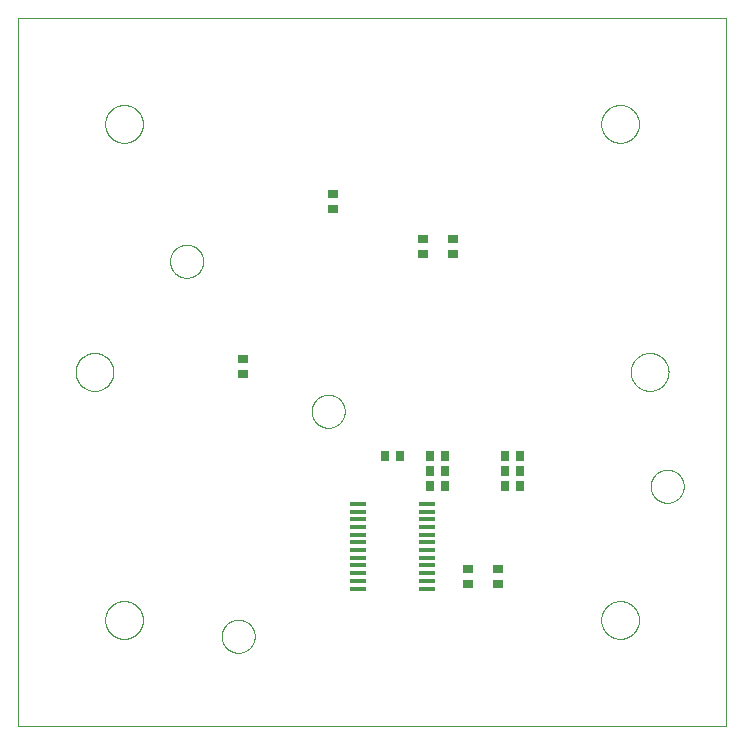
<source format=gbp>
G75*
%MOIN*%
%OFA0B0*%
%FSLAX25Y25*%
%IPPOS*%
%LPD*%
%AMOC8*
5,1,8,0,0,1.08239X$1,22.5*
%
%ADD10C,0.00000*%
%ADD11R,0.03543X0.02756*%
%ADD12R,0.02756X0.03543*%
%ADD13R,0.05800X0.01400*%
D10*
X0001000Y0001000D02*
X0001000Y0237220D01*
X0237220Y0237220D01*
X0237220Y0001000D01*
X0001000Y0001000D01*
X0030134Y0036433D02*
X0030136Y0036591D01*
X0030142Y0036749D01*
X0030152Y0036907D01*
X0030166Y0037065D01*
X0030184Y0037222D01*
X0030205Y0037379D01*
X0030231Y0037535D01*
X0030261Y0037691D01*
X0030294Y0037846D01*
X0030332Y0037999D01*
X0030373Y0038152D01*
X0030418Y0038304D01*
X0030467Y0038455D01*
X0030520Y0038604D01*
X0030576Y0038752D01*
X0030636Y0038898D01*
X0030700Y0039043D01*
X0030768Y0039186D01*
X0030839Y0039328D01*
X0030913Y0039468D01*
X0030991Y0039605D01*
X0031073Y0039741D01*
X0031157Y0039875D01*
X0031246Y0040006D01*
X0031337Y0040135D01*
X0031432Y0040262D01*
X0031529Y0040387D01*
X0031630Y0040509D01*
X0031734Y0040628D01*
X0031841Y0040745D01*
X0031951Y0040859D01*
X0032064Y0040970D01*
X0032179Y0041079D01*
X0032297Y0041184D01*
X0032418Y0041286D01*
X0032541Y0041386D01*
X0032667Y0041482D01*
X0032795Y0041575D01*
X0032925Y0041665D01*
X0033058Y0041751D01*
X0033193Y0041835D01*
X0033329Y0041914D01*
X0033468Y0041991D01*
X0033609Y0042063D01*
X0033751Y0042133D01*
X0033895Y0042198D01*
X0034041Y0042260D01*
X0034188Y0042318D01*
X0034337Y0042373D01*
X0034487Y0042424D01*
X0034638Y0042471D01*
X0034790Y0042514D01*
X0034943Y0042553D01*
X0035098Y0042589D01*
X0035253Y0042620D01*
X0035409Y0042648D01*
X0035565Y0042672D01*
X0035722Y0042692D01*
X0035880Y0042708D01*
X0036037Y0042720D01*
X0036196Y0042728D01*
X0036354Y0042732D01*
X0036512Y0042732D01*
X0036670Y0042728D01*
X0036829Y0042720D01*
X0036986Y0042708D01*
X0037144Y0042692D01*
X0037301Y0042672D01*
X0037457Y0042648D01*
X0037613Y0042620D01*
X0037768Y0042589D01*
X0037923Y0042553D01*
X0038076Y0042514D01*
X0038228Y0042471D01*
X0038379Y0042424D01*
X0038529Y0042373D01*
X0038678Y0042318D01*
X0038825Y0042260D01*
X0038971Y0042198D01*
X0039115Y0042133D01*
X0039257Y0042063D01*
X0039398Y0041991D01*
X0039537Y0041914D01*
X0039673Y0041835D01*
X0039808Y0041751D01*
X0039941Y0041665D01*
X0040071Y0041575D01*
X0040199Y0041482D01*
X0040325Y0041386D01*
X0040448Y0041286D01*
X0040569Y0041184D01*
X0040687Y0041079D01*
X0040802Y0040970D01*
X0040915Y0040859D01*
X0041025Y0040745D01*
X0041132Y0040628D01*
X0041236Y0040509D01*
X0041337Y0040387D01*
X0041434Y0040262D01*
X0041529Y0040135D01*
X0041620Y0040006D01*
X0041709Y0039875D01*
X0041793Y0039741D01*
X0041875Y0039605D01*
X0041953Y0039468D01*
X0042027Y0039328D01*
X0042098Y0039186D01*
X0042166Y0039043D01*
X0042230Y0038898D01*
X0042290Y0038752D01*
X0042346Y0038604D01*
X0042399Y0038455D01*
X0042448Y0038304D01*
X0042493Y0038152D01*
X0042534Y0037999D01*
X0042572Y0037846D01*
X0042605Y0037691D01*
X0042635Y0037535D01*
X0042661Y0037379D01*
X0042682Y0037222D01*
X0042700Y0037065D01*
X0042714Y0036907D01*
X0042724Y0036749D01*
X0042730Y0036591D01*
X0042732Y0036433D01*
X0042730Y0036275D01*
X0042724Y0036117D01*
X0042714Y0035959D01*
X0042700Y0035801D01*
X0042682Y0035644D01*
X0042661Y0035487D01*
X0042635Y0035331D01*
X0042605Y0035175D01*
X0042572Y0035020D01*
X0042534Y0034867D01*
X0042493Y0034714D01*
X0042448Y0034562D01*
X0042399Y0034411D01*
X0042346Y0034262D01*
X0042290Y0034114D01*
X0042230Y0033968D01*
X0042166Y0033823D01*
X0042098Y0033680D01*
X0042027Y0033538D01*
X0041953Y0033398D01*
X0041875Y0033261D01*
X0041793Y0033125D01*
X0041709Y0032991D01*
X0041620Y0032860D01*
X0041529Y0032731D01*
X0041434Y0032604D01*
X0041337Y0032479D01*
X0041236Y0032357D01*
X0041132Y0032238D01*
X0041025Y0032121D01*
X0040915Y0032007D01*
X0040802Y0031896D01*
X0040687Y0031787D01*
X0040569Y0031682D01*
X0040448Y0031580D01*
X0040325Y0031480D01*
X0040199Y0031384D01*
X0040071Y0031291D01*
X0039941Y0031201D01*
X0039808Y0031115D01*
X0039673Y0031031D01*
X0039537Y0030952D01*
X0039398Y0030875D01*
X0039257Y0030803D01*
X0039115Y0030733D01*
X0038971Y0030668D01*
X0038825Y0030606D01*
X0038678Y0030548D01*
X0038529Y0030493D01*
X0038379Y0030442D01*
X0038228Y0030395D01*
X0038076Y0030352D01*
X0037923Y0030313D01*
X0037768Y0030277D01*
X0037613Y0030246D01*
X0037457Y0030218D01*
X0037301Y0030194D01*
X0037144Y0030174D01*
X0036986Y0030158D01*
X0036829Y0030146D01*
X0036670Y0030138D01*
X0036512Y0030134D01*
X0036354Y0030134D01*
X0036196Y0030138D01*
X0036037Y0030146D01*
X0035880Y0030158D01*
X0035722Y0030174D01*
X0035565Y0030194D01*
X0035409Y0030218D01*
X0035253Y0030246D01*
X0035098Y0030277D01*
X0034943Y0030313D01*
X0034790Y0030352D01*
X0034638Y0030395D01*
X0034487Y0030442D01*
X0034337Y0030493D01*
X0034188Y0030548D01*
X0034041Y0030606D01*
X0033895Y0030668D01*
X0033751Y0030733D01*
X0033609Y0030803D01*
X0033468Y0030875D01*
X0033329Y0030952D01*
X0033193Y0031031D01*
X0033058Y0031115D01*
X0032925Y0031201D01*
X0032795Y0031291D01*
X0032667Y0031384D01*
X0032541Y0031480D01*
X0032418Y0031580D01*
X0032297Y0031682D01*
X0032179Y0031787D01*
X0032064Y0031896D01*
X0031951Y0032007D01*
X0031841Y0032121D01*
X0031734Y0032238D01*
X0031630Y0032357D01*
X0031529Y0032479D01*
X0031432Y0032604D01*
X0031337Y0032731D01*
X0031246Y0032860D01*
X0031157Y0032991D01*
X0031073Y0033125D01*
X0030991Y0033261D01*
X0030913Y0033398D01*
X0030839Y0033538D01*
X0030768Y0033680D01*
X0030700Y0033823D01*
X0030636Y0033968D01*
X0030576Y0034114D01*
X0030520Y0034262D01*
X0030467Y0034411D01*
X0030418Y0034562D01*
X0030373Y0034714D01*
X0030332Y0034867D01*
X0030294Y0035020D01*
X0030261Y0035175D01*
X0030231Y0035331D01*
X0030205Y0035487D01*
X0030184Y0035644D01*
X0030166Y0035801D01*
X0030152Y0035959D01*
X0030142Y0036117D01*
X0030136Y0036275D01*
X0030134Y0036433D01*
X0068988Y0031000D02*
X0068990Y0031148D01*
X0068996Y0031296D01*
X0069006Y0031444D01*
X0069020Y0031591D01*
X0069038Y0031738D01*
X0069059Y0031884D01*
X0069085Y0032030D01*
X0069115Y0032175D01*
X0069148Y0032319D01*
X0069186Y0032462D01*
X0069227Y0032604D01*
X0069272Y0032745D01*
X0069320Y0032885D01*
X0069373Y0033024D01*
X0069429Y0033161D01*
X0069489Y0033296D01*
X0069552Y0033430D01*
X0069619Y0033562D01*
X0069690Y0033692D01*
X0069764Y0033820D01*
X0069841Y0033946D01*
X0069922Y0034070D01*
X0070006Y0034192D01*
X0070093Y0034311D01*
X0070184Y0034428D01*
X0070278Y0034543D01*
X0070374Y0034655D01*
X0070474Y0034765D01*
X0070576Y0034871D01*
X0070682Y0034975D01*
X0070790Y0035076D01*
X0070901Y0035174D01*
X0071014Y0035270D01*
X0071130Y0035362D01*
X0071248Y0035451D01*
X0071369Y0035536D01*
X0071492Y0035619D01*
X0071617Y0035698D01*
X0071744Y0035774D01*
X0071873Y0035846D01*
X0072004Y0035915D01*
X0072137Y0035980D01*
X0072272Y0036041D01*
X0072408Y0036099D01*
X0072545Y0036154D01*
X0072684Y0036204D01*
X0072825Y0036251D01*
X0072966Y0036294D01*
X0073109Y0036334D01*
X0073253Y0036369D01*
X0073397Y0036401D01*
X0073543Y0036428D01*
X0073689Y0036452D01*
X0073836Y0036472D01*
X0073983Y0036488D01*
X0074130Y0036500D01*
X0074278Y0036508D01*
X0074426Y0036512D01*
X0074574Y0036512D01*
X0074722Y0036508D01*
X0074870Y0036500D01*
X0075017Y0036488D01*
X0075164Y0036472D01*
X0075311Y0036452D01*
X0075457Y0036428D01*
X0075603Y0036401D01*
X0075747Y0036369D01*
X0075891Y0036334D01*
X0076034Y0036294D01*
X0076175Y0036251D01*
X0076316Y0036204D01*
X0076455Y0036154D01*
X0076592Y0036099D01*
X0076728Y0036041D01*
X0076863Y0035980D01*
X0076996Y0035915D01*
X0077127Y0035846D01*
X0077256Y0035774D01*
X0077383Y0035698D01*
X0077508Y0035619D01*
X0077631Y0035536D01*
X0077752Y0035451D01*
X0077870Y0035362D01*
X0077986Y0035270D01*
X0078099Y0035174D01*
X0078210Y0035076D01*
X0078318Y0034975D01*
X0078424Y0034871D01*
X0078526Y0034765D01*
X0078626Y0034655D01*
X0078722Y0034543D01*
X0078816Y0034428D01*
X0078907Y0034311D01*
X0078994Y0034192D01*
X0079078Y0034070D01*
X0079159Y0033946D01*
X0079236Y0033820D01*
X0079310Y0033692D01*
X0079381Y0033562D01*
X0079448Y0033430D01*
X0079511Y0033296D01*
X0079571Y0033161D01*
X0079627Y0033024D01*
X0079680Y0032885D01*
X0079728Y0032745D01*
X0079773Y0032604D01*
X0079814Y0032462D01*
X0079852Y0032319D01*
X0079885Y0032175D01*
X0079915Y0032030D01*
X0079941Y0031884D01*
X0079962Y0031738D01*
X0079980Y0031591D01*
X0079994Y0031444D01*
X0080004Y0031296D01*
X0080010Y0031148D01*
X0080012Y0031000D01*
X0080010Y0030852D01*
X0080004Y0030704D01*
X0079994Y0030556D01*
X0079980Y0030409D01*
X0079962Y0030262D01*
X0079941Y0030116D01*
X0079915Y0029970D01*
X0079885Y0029825D01*
X0079852Y0029681D01*
X0079814Y0029538D01*
X0079773Y0029396D01*
X0079728Y0029255D01*
X0079680Y0029115D01*
X0079627Y0028976D01*
X0079571Y0028839D01*
X0079511Y0028704D01*
X0079448Y0028570D01*
X0079381Y0028438D01*
X0079310Y0028308D01*
X0079236Y0028180D01*
X0079159Y0028054D01*
X0079078Y0027930D01*
X0078994Y0027808D01*
X0078907Y0027689D01*
X0078816Y0027572D01*
X0078722Y0027457D01*
X0078626Y0027345D01*
X0078526Y0027235D01*
X0078424Y0027129D01*
X0078318Y0027025D01*
X0078210Y0026924D01*
X0078099Y0026826D01*
X0077986Y0026730D01*
X0077870Y0026638D01*
X0077752Y0026549D01*
X0077631Y0026464D01*
X0077508Y0026381D01*
X0077383Y0026302D01*
X0077256Y0026226D01*
X0077127Y0026154D01*
X0076996Y0026085D01*
X0076863Y0026020D01*
X0076728Y0025959D01*
X0076592Y0025901D01*
X0076455Y0025846D01*
X0076316Y0025796D01*
X0076175Y0025749D01*
X0076034Y0025706D01*
X0075891Y0025666D01*
X0075747Y0025631D01*
X0075603Y0025599D01*
X0075457Y0025572D01*
X0075311Y0025548D01*
X0075164Y0025528D01*
X0075017Y0025512D01*
X0074870Y0025500D01*
X0074722Y0025492D01*
X0074574Y0025488D01*
X0074426Y0025488D01*
X0074278Y0025492D01*
X0074130Y0025500D01*
X0073983Y0025512D01*
X0073836Y0025528D01*
X0073689Y0025548D01*
X0073543Y0025572D01*
X0073397Y0025599D01*
X0073253Y0025631D01*
X0073109Y0025666D01*
X0072966Y0025706D01*
X0072825Y0025749D01*
X0072684Y0025796D01*
X0072545Y0025846D01*
X0072408Y0025901D01*
X0072272Y0025959D01*
X0072137Y0026020D01*
X0072004Y0026085D01*
X0071873Y0026154D01*
X0071744Y0026226D01*
X0071617Y0026302D01*
X0071492Y0026381D01*
X0071369Y0026464D01*
X0071248Y0026549D01*
X0071130Y0026638D01*
X0071014Y0026730D01*
X0070901Y0026826D01*
X0070790Y0026924D01*
X0070682Y0027025D01*
X0070576Y0027129D01*
X0070474Y0027235D01*
X0070374Y0027345D01*
X0070278Y0027457D01*
X0070184Y0027572D01*
X0070093Y0027689D01*
X0070006Y0027808D01*
X0069922Y0027930D01*
X0069841Y0028054D01*
X0069764Y0028180D01*
X0069690Y0028308D01*
X0069619Y0028438D01*
X0069552Y0028570D01*
X0069489Y0028704D01*
X0069429Y0028839D01*
X0069373Y0028976D01*
X0069320Y0029115D01*
X0069272Y0029255D01*
X0069227Y0029396D01*
X0069186Y0029538D01*
X0069148Y0029681D01*
X0069115Y0029825D01*
X0069085Y0029970D01*
X0069059Y0030116D01*
X0069038Y0030262D01*
X0069020Y0030409D01*
X0069006Y0030556D01*
X0068996Y0030704D01*
X0068990Y0030852D01*
X0068988Y0031000D01*
X0098988Y0106000D02*
X0098990Y0106148D01*
X0098996Y0106296D01*
X0099006Y0106444D01*
X0099020Y0106591D01*
X0099038Y0106738D01*
X0099059Y0106884D01*
X0099085Y0107030D01*
X0099115Y0107175D01*
X0099148Y0107319D01*
X0099186Y0107462D01*
X0099227Y0107604D01*
X0099272Y0107745D01*
X0099320Y0107885D01*
X0099373Y0108024D01*
X0099429Y0108161D01*
X0099489Y0108296D01*
X0099552Y0108430D01*
X0099619Y0108562D01*
X0099690Y0108692D01*
X0099764Y0108820D01*
X0099841Y0108946D01*
X0099922Y0109070D01*
X0100006Y0109192D01*
X0100093Y0109311D01*
X0100184Y0109428D01*
X0100278Y0109543D01*
X0100374Y0109655D01*
X0100474Y0109765D01*
X0100576Y0109871D01*
X0100682Y0109975D01*
X0100790Y0110076D01*
X0100901Y0110174D01*
X0101014Y0110270D01*
X0101130Y0110362D01*
X0101248Y0110451D01*
X0101369Y0110536D01*
X0101492Y0110619D01*
X0101617Y0110698D01*
X0101744Y0110774D01*
X0101873Y0110846D01*
X0102004Y0110915D01*
X0102137Y0110980D01*
X0102272Y0111041D01*
X0102408Y0111099D01*
X0102545Y0111154D01*
X0102684Y0111204D01*
X0102825Y0111251D01*
X0102966Y0111294D01*
X0103109Y0111334D01*
X0103253Y0111369D01*
X0103397Y0111401D01*
X0103543Y0111428D01*
X0103689Y0111452D01*
X0103836Y0111472D01*
X0103983Y0111488D01*
X0104130Y0111500D01*
X0104278Y0111508D01*
X0104426Y0111512D01*
X0104574Y0111512D01*
X0104722Y0111508D01*
X0104870Y0111500D01*
X0105017Y0111488D01*
X0105164Y0111472D01*
X0105311Y0111452D01*
X0105457Y0111428D01*
X0105603Y0111401D01*
X0105747Y0111369D01*
X0105891Y0111334D01*
X0106034Y0111294D01*
X0106175Y0111251D01*
X0106316Y0111204D01*
X0106455Y0111154D01*
X0106592Y0111099D01*
X0106728Y0111041D01*
X0106863Y0110980D01*
X0106996Y0110915D01*
X0107127Y0110846D01*
X0107256Y0110774D01*
X0107383Y0110698D01*
X0107508Y0110619D01*
X0107631Y0110536D01*
X0107752Y0110451D01*
X0107870Y0110362D01*
X0107986Y0110270D01*
X0108099Y0110174D01*
X0108210Y0110076D01*
X0108318Y0109975D01*
X0108424Y0109871D01*
X0108526Y0109765D01*
X0108626Y0109655D01*
X0108722Y0109543D01*
X0108816Y0109428D01*
X0108907Y0109311D01*
X0108994Y0109192D01*
X0109078Y0109070D01*
X0109159Y0108946D01*
X0109236Y0108820D01*
X0109310Y0108692D01*
X0109381Y0108562D01*
X0109448Y0108430D01*
X0109511Y0108296D01*
X0109571Y0108161D01*
X0109627Y0108024D01*
X0109680Y0107885D01*
X0109728Y0107745D01*
X0109773Y0107604D01*
X0109814Y0107462D01*
X0109852Y0107319D01*
X0109885Y0107175D01*
X0109915Y0107030D01*
X0109941Y0106884D01*
X0109962Y0106738D01*
X0109980Y0106591D01*
X0109994Y0106444D01*
X0110004Y0106296D01*
X0110010Y0106148D01*
X0110012Y0106000D01*
X0110010Y0105852D01*
X0110004Y0105704D01*
X0109994Y0105556D01*
X0109980Y0105409D01*
X0109962Y0105262D01*
X0109941Y0105116D01*
X0109915Y0104970D01*
X0109885Y0104825D01*
X0109852Y0104681D01*
X0109814Y0104538D01*
X0109773Y0104396D01*
X0109728Y0104255D01*
X0109680Y0104115D01*
X0109627Y0103976D01*
X0109571Y0103839D01*
X0109511Y0103704D01*
X0109448Y0103570D01*
X0109381Y0103438D01*
X0109310Y0103308D01*
X0109236Y0103180D01*
X0109159Y0103054D01*
X0109078Y0102930D01*
X0108994Y0102808D01*
X0108907Y0102689D01*
X0108816Y0102572D01*
X0108722Y0102457D01*
X0108626Y0102345D01*
X0108526Y0102235D01*
X0108424Y0102129D01*
X0108318Y0102025D01*
X0108210Y0101924D01*
X0108099Y0101826D01*
X0107986Y0101730D01*
X0107870Y0101638D01*
X0107752Y0101549D01*
X0107631Y0101464D01*
X0107508Y0101381D01*
X0107383Y0101302D01*
X0107256Y0101226D01*
X0107127Y0101154D01*
X0106996Y0101085D01*
X0106863Y0101020D01*
X0106728Y0100959D01*
X0106592Y0100901D01*
X0106455Y0100846D01*
X0106316Y0100796D01*
X0106175Y0100749D01*
X0106034Y0100706D01*
X0105891Y0100666D01*
X0105747Y0100631D01*
X0105603Y0100599D01*
X0105457Y0100572D01*
X0105311Y0100548D01*
X0105164Y0100528D01*
X0105017Y0100512D01*
X0104870Y0100500D01*
X0104722Y0100492D01*
X0104574Y0100488D01*
X0104426Y0100488D01*
X0104278Y0100492D01*
X0104130Y0100500D01*
X0103983Y0100512D01*
X0103836Y0100528D01*
X0103689Y0100548D01*
X0103543Y0100572D01*
X0103397Y0100599D01*
X0103253Y0100631D01*
X0103109Y0100666D01*
X0102966Y0100706D01*
X0102825Y0100749D01*
X0102684Y0100796D01*
X0102545Y0100846D01*
X0102408Y0100901D01*
X0102272Y0100959D01*
X0102137Y0101020D01*
X0102004Y0101085D01*
X0101873Y0101154D01*
X0101744Y0101226D01*
X0101617Y0101302D01*
X0101492Y0101381D01*
X0101369Y0101464D01*
X0101248Y0101549D01*
X0101130Y0101638D01*
X0101014Y0101730D01*
X0100901Y0101826D01*
X0100790Y0101924D01*
X0100682Y0102025D01*
X0100576Y0102129D01*
X0100474Y0102235D01*
X0100374Y0102345D01*
X0100278Y0102457D01*
X0100184Y0102572D01*
X0100093Y0102689D01*
X0100006Y0102808D01*
X0099922Y0102930D01*
X0099841Y0103054D01*
X0099764Y0103180D01*
X0099690Y0103308D01*
X0099619Y0103438D01*
X0099552Y0103570D01*
X0099489Y0103704D01*
X0099429Y0103839D01*
X0099373Y0103976D01*
X0099320Y0104115D01*
X0099272Y0104255D01*
X0099227Y0104396D01*
X0099186Y0104538D01*
X0099148Y0104681D01*
X0099115Y0104825D01*
X0099085Y0104970D01*
X0099059Y0105116D01*
X0099038Y0105262D01*
X0099020Y0105409D01*
X0099006Y0105556D01*
X0098996Y0105704D01*
X0098990Y0105852D01*
X0098988Y0106000D01*
X0051788Y0156000D02*
X0051790Y0156148D01*
X0051796Y0156296D01*
X0051806Y0156444D01*
X0051820Y0156591D01*
X0051838Y0156738D01*
X0051859Y0156884D01*
X0051885Y0157030D01*
X0051915Y0157175D01*
X0051948Y0157319D01*
X0051986Y0157462D01*
X0052027Y0157604D01*
X0052072Y0157745D01*
X0052120Y0157885D01*
X0052173Y0158024D01*
X0052229Y0158161D01*
X0052289Y0158296D01*
X0052352Y0158430D01*
X0052419Y0158562D01*
X0052490Y0158692D01*
X0052564Y0158820D01*
X0052641Y0158946D01*
X0052722Y0159070D01*
X0052806Y0159192D01*
X0052893Y0159311D01*
X0052984Y0159428D01*
X0053078Y0159543D01*
X0053174Y0159655D01*
X0053274Y0159765D01*
X0053376Y0159871D01*
X0053482Y0159975D01*
X0053590Y0160076D01*
X0053701Y0160174D01*
X0053814Y0160270D01*
X0053930Y0160362D01*
X0054048Y0160451D01*
X0054169Y0160536D01*
X0054292Y0160619D01*
X0054417Y0160698D01*
X0054544Y0160774D01*
X0054673Y0160846D01*
X0054804Y0160915D01*
X0054937Y0160980D01*
X0055072Y0161041D01*
X0055208Y0161099D01*
X0055345Y0161154D01*
X0055484Y0161204D01*
X0055625Y0161251D01*
X0055766Y0161294D01*
X0055909Y0161334D01*
X0056053Y0161369D01*
X0056197Y0161401D01*
X0056343Y0161428D01*
X0056489Y0161452D01*
X0056636Y0161472D01*
X0056783Y0161488D01*
X0056930Y0161500D01*
X0057078Y0161508D01*
X0057226Y0161512D01*
X0057374Y0161512D01*
X0057522Y0161508D01*
X0057670Y0161500D01*
X0057817Y0161488D01*
X0057964Y0161472D01*
X0058111Y0161452D01*
X0058257Y0161428D01*
X0058403Y0161401D01*
X0058547Y0161369D01*
X0058691Y0161334D01*
X0058834Y0161294D01*
X0058975Y0161251D01*
X0059116Y0161204D01*
X0059255Y0161154D01*
X0059392Y0161099D01*
X0059528Y0161041D01*
X0059663Y0160980D01*
X0059796Y0160915D01*
X0059927Y0160846D01*
X0060056Y0160774D01*
X0060183Y0160698D01*
X0060308Y0160619D01*
X0060431Y0160536D01*
X0060552Y0160451D01*
X0060670Y0160362D01*
X0060786Y0160270D01*
X0060899Y0160174D01*
X0061010Y0160076D01*
X0061118Y0159975D01*
X0061224Y0159871D01*
X0061326Y0159765D01*
X0061426Y0159655D01*
X0061522Y0159543D01*
X0061616Y0159428D01*
X0061707Y0159311D01*
X0061794Y0159192D01*
X0061878Y0159070D01*
X0061959Y0158946D01*
X0062036Y0158820D01*
X0062110Y0158692D01*
X0062181Y0158562D01*
X0062248Y0158430D01*
X0062311Y0158296D01*
X0062371Y0158161D01*
X0062427Y0158024D01*
X0062480Y0157885D01*
X0062528Y0157745D01*
X0062573Y0157604D01*
X0062614Y0157462D01*
X0062652Y0157319D01*
X0062685Y0157175D01*
X0062715Y0157030D01*
X0062741Y0156884D01*
X0062762Y0156738D01*
X0062780Y0156591D01*
X0062794Y0156444D01*
X0062804Y0156296D01*
X0062810Y0156148D01*
X0062812Y0156000D01*
X0062810Y0155852D01*
X0062804Y0155704D01*
X0062794Y0155556D01*
X0062780Y0155409D01*
X0062762Y0155262D01*
X0062741Y0155116D01*
X0062715Y0154970D01*
X0062685Y0154825D01*
X0062652Y0154681D01*
X0062614Y0154538D01*
X0062573Y0154396D01*
X0062528Y0154255D01*
X0062480Y0154115D01*
X0062427Y0153976D01*
X0062371Y0153839D01*
X0062311Y0153704D01*
X0062248Y0153570D01*
X0062181Y0153438D01*
X0062110Y0153308D01*
X0062036Y0153180D01*
X0061959Y0153054D01*
X0061878Y0152930D01*
X0061794Y0152808D01*
X0061707Y0152689D01*
X0061616Y0152572D01*
X0061522Y0152457D01*
X0061426Y0152345D01*
X0061326Y0152235D01*
X0061224Y0152129D01*
X0061118Y0152025D01*
X0061010Y0151924D01*
X0060899Y0151826D01*
X0060786Y0151730D01*
X0060670Y0151638D01*
X0060552Y0151549D01*
X0060431Y0151464D01*
X0060308Y0151381D01*
X0060183Y0151302D01*
X0060056Y0151226D01*
X0059927Y0151154D01*
X0059796Y0151085D01*
X0059663Y0151020D01*
X0059528Y0150959D01*
X0059392Y0150901D01*
X0059255Y0150846D01*
X0059116Y0150796D01*
X0058975Y0150749D01*
X0058834Y0150706D01*
X0058691Y0150666D01*
X0058547Y0150631D01*
X0058403Y0150599D01*
X0058257Y0150572D01*
X0058111Y0150548D01*
X0057964Y0150528D01*
X0057817Y0150512D01*
X0057670Y0150500D01*
X0057522Y0150492D01*
X0057374Y0150488D01*
X0057226Y0150488D01*
X0057078Y0150492D01*
X0056930Y0150500D01*
X0056783Y0150512D01*
X0056636Y0150528D01*
X0056489Y0150548D01*
X0056343Y0150572D01*
X0056197Y0150599D01*
X0056053Y0150631D01*
X0055909Y0150666D01*
X0055766Y0150706D01*
X0055625Y0150749D01*
X0055484Y0150796D01*
X0055345Y0150846D01*
X0055208Y0150901D01*
X0055072Y0150959D01*
X0054937Y0151020D01*
X0054804Y0151085D01*
X0054673Y0151154D01*
X0054544Y0151226D01*
X0054417Y0151302D01*
X0054292Y0151381D01*
X0054169Y0151464D01*
X0054048Y0151549D01*
X0053930Y0151638D01*
X0053814Y0151730D01*
X0053701Y0151826D01*
X0053590Y0151924D01*
X0053482Y0152025D01*
X0053376Y0152129D01*
X0053274Y0152235D01*
X0053174Y0152345D01*
X0053078Y0152457D01*
X0052984Y0152572D01*
X0052893Y0152689D01*
X0052806Y0152808D01*
X0052722Y0152930D01*
X0052641Y0153054D01*
X0052564Y0153180D01*
X0052490Y0153308D01*
X0052419Y0153438D01*
X0052352Y0153570D01*
X0052289Y0153704D01*
X0052229Y0153839D01*
X0052173Y0153976D01*
X0052120Y0154115D01*
X0052072Y0154255D01*
X0052027Y0154396D01*
X0051986Y0154538D01*
X0051948Y0154681D01*
X0051915Y0154825D01*
X0051885Y0154970D01*
X0051859Y0155116D01*
X0051838Y0155262D01*
X0051820Y0155409D01*
X0051806Y0155556D01*
X0051796Y0155704D01*
X0051790Y0155852D01*
X0051788Y0156000D01*
X0020292Y0119110D02*
X0020294Y0119268D01*
X0020300Y0119426D01*
X0020310Y0119584D01*
X0020324Y0119742D01*
X0020342Y0119899D01*
X0020363Y0120056D01*
X0020389Y0120212D01*
X0020419Y0120368D01*
X0020452Y0120523D01*
X0020490Y0120676D01*
X0020531Y0120829D01*
X0020576Y0120981D01*
X0020625Y0121132D01*
X0020678Y0121281D01*
X0020734Y0121429D01*
X0020794Y0121575D01*
X0020858Y0121720D01*
X0020926Y0121863D01*
X0020997Y0122005D01*
X0021071Y0122145D01*
X0021149Y0122282D01*
X0021231Y0122418D01*
X0021315Y0122552D01*
X0021404Y0122683D01*
X0021495Y0122812D01*
X0021590Y0122939D01*
X0021687Y0123064D01*
X0021788Y0123186D01*
X0021892Y0123305D01*
X0021999Y0123422D01*
X0022109Y0123536D01*
X0022222Y0123647D01*
X0022337Y0123756D01*
X0022455Y0123861D01*
X0022576Y0123963D01*
X0022699Y0124063D01*
X0022825Y0124159D01*
X0022953Y0124252D01*
X0023083Y0124342D01*
X0023216Y0124428D01*
X0023351Y0124512D01*
X0023487Y0124591D01*
X0023626Y0124668D01*
X0023767Y0124740D01*
X0023909Y0124810D01*
X0024053Y0124875D01*
X0024199Y0124937D01*
X0024346Y0124995D01*
X0024495Y0125050D01*
X0024645Y0125101D01*
X0024796Y0125148D01*
X0024948Y0125191D01*
X0025101Y0125230D01*
X0025256Y0125266D01*
X0025411Y0125297D01*
X0025567Y0125325D01*
X0025723Y0125349D01*
X0025880Y0125369D01*
X0026038Y0125385D01*
X0026195Y0125397D01*
X0026354Y0125405D01*
X0026512Y0125409D01*
X0026670Y0125409D01*
X0026828Y0125405D01*
X0026987Y0125397D01*
X0027144Y0125385D01*
X0027302Y0125369D01*
X0027459Y0125349D01*
X0027615Y0125325D01*
X0027771Y0125297D01*
X0027926Y0125266D01*
X0028081Y0125230D01*
X0028234Y0125191D01*
X0028386Y0125148D01*
X0028537Y0125101D01*
X0028687Y0125050D01*
X0028836Y0124995D01*
X0028983Y0124937D01*
X0029129Y0124875D01*
X0029273Y0124810D01*
X0029415Y0124740D01*
X0029556Y0124668D01*
X0029695Y0124591D01*
X0029831Y0124512D01*
X0029966Y0124428D01*
X0030099Y0124342D01*
X0030229Y0124252D01*
X0030357Y0124159D01*
X0030483Y0124063D01*
X0030606Y0123963D01*
X0030727Y0123861D01*
X0030845Y0123756D01*
X0030960Y0123647D01*
X0031073Y0123536D01*
X0031183Y0123422D01*
X0031290Y0123305D01*
X0031394Y0123186D01*
X0031495Y0123064D01*
X0031592Y0122939D01*
X0031687Y0122812D01*
X0031778Y0122683D01*
X0031867Y0122552D01*
X0031951Y0122418D01*
X0032033Y0122282D01*
X0032111Y0122145D01*
X0032185Y0122005D01*
X0032256Y0121863D01*
X0032324Y0121720D01*
X0032388Y0121575D01*
X0032448Y0121429D01*
X0032504Y0121281D01*
X0032557Y0121132D01*
X0032606Y0120981D01*
X0032651Y0120829D01*
X0032692Y0120676D01*
X0032730Y0120523D01*
X0032763Y0120368D01*
X0032793Y0120212D01*
X0032819Y0120056D01*
X0032840Y0119899D01*
X0032858Y0119742D01*
X0032872Y0119584D01*
X0032882Y0119426D01*
X0032888Y0119268D01*
X0032890Y0119110D01*
X0032888Y0118952D01*
X0032882Y0118794D01*
X0032872Y0118636D01*
X0032858Y0118478D01*
X0032840Y0118321D01*
X0032819Y0118164D01*
X0032793Y0118008D01*
X0032763Y0117852D01*
X0032730Y0117697D01*
X0032692Y0117544D01*
X0032651Y0117391D01*
X0032606Y0117239D01*
X0032557Y0117088D01*
X0032504Y0116939D01*
X0032448Y0116791D01*
X0032388Y0116645D01*
X0032324Y0116500D01*
X0032256Y0116357D01*
X0032185Y0116215D01*
X0032111Y0116075D01*
X0032033Y0115938D01*
X0031951Y0115802D01*
X0031867Y0115668D01*
X0031778Y0115537D01*
X0031687Y0115408D01*
X0031592Y0115281D01*
X0031495Y0115156D01*
X0031394Y0115034D01*
X0031290Y0114915D01*
X0031183Y0114798D01*
X0031073Y0114684D01*
X0030960Y0114573D01*
X0030845Y0114464D01*
X0030727Y0114359D01*
X0030606Y0114257D01*
X0030483Y0114157D01*
X0030357Y0114061D01*
X0030229Y0113968D01*
X0030099Y0113878D01*
X0029966Y0113792D01*
X0029831Y0113708D01*
X0029695Y0113629D01*
X0029556Y0113552D01*
X0029415Y0113480D01*
X0029273Y0113410D01*
X0029129Y0113345D01*
X0028983Y0113283D01*
X0028836Y0113225D01*
X0028687Y0113170D01*
X0028537Y0113119D01*
X0028386Y0113072D01*
X0028234Y0113029D01*
X0028081Y0112990D01*
X0027926Y0112954D01*
X0027771Y0112923D01*
X0027615Y0112895D01*
X0027459Y0112871D01*
X0027302Y0112851D01*
X0027144Y0112835D01*
X0026987Y0112823D01*
X0026828Y0112815D01*
X0026670Y0112811D01*
X0026512Y0112811D01*
X0026354Y0112815D01*
X0026195Y0112823D01*
X0026038Y0112835D01*
X0025880Y0112851D01*
X0025723Y0112871D01*
X0025567Y0112895D01*
X0025411Y0112923D01*
X0025256Y0112954D01*
X0025101Y0112990D01*
X0024948Y0113029D01*
X0024796Y0113072D01*
X0024645Y0113119D01*
X0024495Y0113170D01*
X0024346Y0113225D01*
X0024199Y0113283D01*
X0024053Y0113345D01*
X0023909Y0113410D01*
X0023767Y0113480D01*
X0023626Y0113552D01*
X0023487Y0113629D01*
X0023351Y0113708D01*
X0023216Y0113792D01*
X0023083Y0113878D01*
X0022953Y0113968D01*
X0022825Y0114061D01*
X0022699Y0114157D01*
X0022576Y0114257D01*
X0022455Y0114359D01*
X0022337Y0114464D01*
X0022222Y0114573D01*
X0022109Y0114684D01*
X0021999Y0114798D01*
X0021892Y0114915D01*
X0021788Y0115034D01*
X0021687Y0115156D01*
X0021590Y0115281D01*
X0021495Y0115408D01*
X0021404Y0115537D01*
X0021315Y0115668D01*
X0021231Y0115802D01*
X0021149Y0115938D01*
X0021071Y0116075D01*
X0020997Y0116215D01*
X0020926Y0116357D01*
X0020858Y0116500D01*
X0020794Y0116645D01*
X0020734Y0116791D01*
X0020678Y0116939D01*
X0020625Y0117088D01*
X0020576Y0117239D01*
X0020531Y0117391D01*
X0020490Y0117544D01*
X0020452Y0117697D01*
X0020419Y0117852D01*
X0020389Y0118008D01*
X0020363Y0118164D01*
X0020342Y0118321D01*
X0020324Y0118478D01*
X0020310Y0118636D01*
X0020300Y0118794D01*
X0020294Y0118952D01*
X0020292Y0119110D01*
X0030134Y0201787D02*
X0030136Y0201945D01*
X0030142Y0202103D01*
X0030152Y0202261D01*
X0030166Y0202419D01*
X0030184Y0202576D01*
X0030205Y0202733D01*
X0030231Y0202889D01*
X0030261Y0203045D01*
X0030294Y0203200D01*
X0030332Y0203353D01*
X0030373Y0203506D01*
X0030418Y0203658D01*
X0030467Y0203809D01*
X0030520Y0203958D01*
X0030576Y0204106D01*
X0030636Y0204252D01*
X0030700Y0204397D01*
X0030768Y0204540D01*
X0030839Y0204682D01*
X0030913Y0204822D01*
X0030991Y0204959D01*
X0031073Y0205095D01*
X0031157Y0205229D01*
X0031246Y0205360D01*
X0031337Y0205489D01*
X0031432Y0205616D01*
X0031529Y0205741D01*
X0031630Y0205863D01*
X0031734Y0205982D01*
X0031841Y0206099D01*
X0031951Y0206213D01*
X0032064Y0206324D01*
X0032179Y0206433D01*
X0032297Y0206538D01*
X0032418Y0206640D01*
X0032541Y0206740D01*
X0032667Y0206836D01*
X0032795Y0206929D01*
X0032925Y0207019D01*
X0033058Y0207105D01*
X0033193Y0207189D01*
X0033329Y0207268D01*
X0033468Y0207345D01*
X0033609Y0207417D01*
X0033751Y0207487D01*
X0033895Y0207552D01*
X0034041Y0207614D01*
X0034188Y0207672D01*
X0034337Y0207727D01*
X0034487Y0207778D01*
X0034638Y0207825D01*
X0034790Y0207868D01*
X0034943Y0207907D01*
X0035098Y0207943D01*
X0035253Y0207974D01*
X0035409Y0208002D01*
X0035565Y0208026D01*
X0035722Y0208046D01*
X0035880Y0208062D01*
X0036037Y0208074D01*
X0036196Y0208082D01*
X0036354Y0208086D01*
X0036512Y0208086D01*
X0036670Y0208082D01*
X0036829Y0208074D01*
X0036986Y0208062D01*
X0037144Y0208046D01*
X0037301Y0208026D01*
X0037457Y0208002D01*
X0037613Y0207974D01*
X0037768Y0207943D01*
X0037923Y0207907D01*
X0038076Y0207868D01*
X0038228Y0207825D01*
X0038379Y0207778D01*
X0038529Y0207727D01*
X0038678Y0207672D01*
X0038825Y0207614D01*
X0038971Y0207552D01*
X0039115Y0207487D01*
X0039257Y0207417D01*
X0039398Y0207345D01*
X0039537Y0207268D01*
X0039673Y0207189D01*
X0039808Y0207105D01*
X0039941Y0207019D01*
X0040071Y0206929D01*
X0040199Y0206836D01*
X0040325Y0206740D01*
X0040448Y0206640D01*
X0040569Y0206538D01*
X0040687Y0206433D01*
X0040802Y0206324D01*
X0040915Y0206213D01*
X0041025Y0206099D01*
X0041132Y0205982D01*
X0041236Y0205863D01*
X0041337Y0205741D01*
X0041434Y0205616D01*
X0041529Y0205489D01*
X0041620Y0205360D01*
X0041709Y0205229D01*
X0041793Y0205095D01*
X0041875Y0204959D01*
X0041953Y0204822D01*
X0042027Y0204682D01*
X0042098Y0204540D01*
X0042166Y0204397D01*
X0042230Y0204252D01*
X0042290Y0204106D01*
X0042346Y0203958D01*
X0042399Y0203809D01*
X0042448Y0203658D01*
X0042493Y0203506D01*
X0042534Y0203353D01*
X0042572Y0203200D01*
X0042605Y0203045D01*
X0042635Y0202889D01*
X0042661Y0202733D01*
X0042682Y0202576D01*
X0042700Y0202419D01*
X0042714Y0202261D01*
X0042724Y0202103D01*
X0042730Y0201945D01*
X0042732Y0201787D01*
X0042730Y0201629D01*
X0042724Y0201471D01*
X0042714Y0201313D01*
X0042700Y0201155D01*
X0042682Y0200998D01*
X0042661Y0200841D01*
X0042635Y0200685D01*
X0042605Y0200529D01*
X0042572Y0200374D01*
X0042534Y0200221D01*
X0042493Y0200068D01*
X0042448Y0199916D01*
X0042399Y0199765D01*
X0042346Y0199616D01*
X0042290Y0199468D01*
X0042230Y0199322D01*
X0042166Y0199177D01*
X0042098Y0199034D01*
X0042027Y0198892D01*
X0041953Y0198752D01*
X0041875Y0198615D01*
X0041793Y0198479D01*
X0041709Y0198345D01*
X0041620Y0198214D01*
X0041529Y0198085D01*
X0041434Y0197958D01*
X0041337Y0197833D01*
X0041236Y0197711D01*
X0041132Y0197592D01*
X0041025Y0197475D01*
X0040915Y0197361D01*
X0040802Y0197250D01*
X0040687Y0197141D01*
X0040569Y0197036D01*
X0040448Y0196934D01*
X0040325Y0196834D01*
X0040199Y0196738D01*
X0040071Y0196645D01*
X0039941Y0196555D01*
X0039808Y0196469D01*
X0039673Y0196385D01*
X0039537Y0196306D01*
X0039398Y0196229D01*
X0039257Y0196157D01*
X0039115Y0196087D01*
X0038971Y0196022D01*
X0038825Y0195960D01*
X0038678Y0195902D01*
X0038529Y0195847D01*
X0038379Y0195796D01*
X0038228Y0195749D01*
X0038076Y0195706D01*
X0037923Y0195667D01*
X0037768Y0195631D01*
X0037613Y0195600D01*
X0037457Y0195572D01*
X0037301Y0195548D01*
X0037144Y0195528D01*
X0036986Y0195512D01*
X0036829Y0195500D01*
X0036670Y0195492D01*
X0036512Y0195488D01*
X0036354Y0195488D01*
X0036196Y0195492D01*
X0036037Y0195500D01*
X0035880Y0195512D01*
X0035722Y0195528D01*
X0035565Y0195548D01*
X0035409Y0195572D01*
X0035253Y0195600D01*
X0035098Y0195631D01*
X0034943Y0195667D01*
X0034790Y0195706D01*
X0034638Y0195749D01*
X0034487Y0195796D01*
X0034337Y0195847D01*
X0034188Y0195902D01*
X0034041Y0195960D01*
X0033895Y0196022D01*
X0033751Y0196087D01*
X0033609Y0196157D01*
X0033468Y0196229D01*
X0033329Y0196306D01*
X0033193Y0196385D01*
X0033058Y0196469D01*
X0032925Y0196555D01*
X0032795Y0196645D01*
X0032667Y0196738D01*
X0032541Y0196834D01*
X0032418Y0196934D01*
X0032297Y0197036D01*
X0032179Y0197141D01*
X0032064Y0197250D01*
X0031951Y0197361D01*
X0031841Y0197475D01*
X0031734Y0197592D01*
X0031630Y0197711D01*
X0031529Y0197833D01*
X0031432Y0197958D01*
X0031337Y0198085D01*
X0031246Y0198214D01*
X0031157Y0198345D01*
X0031073Y0198479D01*
X0030991Y0198615D01*
X0030913Y0198752D01*
X0030839Y0198892D01*
X0030768Y0199034D01*
X0030700Y0199177D01*
X0030636Y0199322D01*
X0030576Y0199468D01*
X0030520Y0199616D01*
X0030467Y0199765D01*
X0030418Y0199916D01*
X0030373Y0200068D01*
X0030332Y0200221D01*
X0030294Y0200374D01*
X0030261Y0200529D01*
X0030231Y0200685D01*
X0030205Y0200841D01*
X0030184Y0200998D01*
X0030166Y0201155D01*
X0030152Y0201313D01*
X0030142Y0201471D01*
X0030136Y0201629D01*
X0030134Y0201787D01*
X0195488Y0201787D02*
X0195490Y0201945D01*
X0195496Y0202103D01*
X0195506Y0202261D01*
X0195520Y0202419D01*
X0195538Y0202576D01*
X0195559Y0202733D01*
X0195585Y0202889D01*
X0195615Y0203045D01*
X0195648Y0203200D01*
X0195686Y0203353D01*
X0195727Y0203506D01*
X0195772Y0203658D01*
X0195821Y0203809D01*
X0195874Y0203958D01*
X0195930Y0204106D01*
X0195990Y0204252D01*
X0196054Y0204397D01*
X0196122Y0204540D01*
X0196193Y0204682D01*
X0196267Y0204822D01*
X0196345Y0204959D01*
X0196427Y0205095D01*
X0196511Y0205229D01*
X0196600Y0205360D01*
X0196691Y0205489D01*
X0196786Y0205616D01*
X0196883Y0205741D01*
X0196984Y0205863D01*
X0197088Y0205982D01*
X0197195Y0206099D01*
X0197305Y0206213D01*
X0197418Y0206324D01*
X0197533Y0206433D01*
X0197651Y0206538D01*
X0197772Y0206640D01*
X0197895Y0206740D01*
X0198021Y0206836D01*
X0198149Y0206929D01*
X0198279Y0207019D01*
X0198412Y0207105D01*
X0198547Y0207189D01*
X0198683Y0207268D01*
X0198822Y0207345D01*
X0198963Y0207417D01*
X0199105Y0207487D01*
X0199249Y0207552D01*
X0199395Y0207614D01*
X0199542Y0207672D01*
X0199691Y0207727D01*
X0199841Y0207778D01*
X0199992Y0207825D01*
X0200144Y0207868D01*
X0200297Y0207907D01*
X0200452Y0207943D01*
X0200607Y0207974D01*
X0200763Y0208002D01*
X0200919Y0208026D01*
X0201076Y0208046D01*
X0201234Y0208062D01*
X0201391Y0208074D01*
X0201550Y0208082D01*
X0201708Y0208086D01*
X0201866Y0208086D01*
X0202024Y0208082D01*
X0202183Y0208074D01*
X0202340Y0208062D01*
X0202498Y0208046D01*
X0202655Y0208026D01*
X0202811Y0208002D01*
X0202967Y0207974D01*
X0203122Y0207943D01*
X0203277Y0207907D01*
X0203430Y0207868D01*
X0203582Y0207825D01*
X0203733Y0207778D01*
X0203883Y0207727D01*
X0204032Y0207672D01*
X0204179Y0207614D01*
X0204325Y0207552D01*
X0204469Y0207487D01*
X0204611Y0207417D01*
X0204752Y0207345D01*
X0204891Y0207268D01*
X0205027Y0207189D01*
X0205162Y0207105D01*
X0205295Y0207019D01*
X0205425Y0206929D01*
X0205553Y0206836D01*
X0205679Y0206740D01*
X0205802Y0206640D01*
X0205923Y0206538D01*
X0206041Y0206433D01*
X0206156Y0206324D01*
X0206269Y0206213D01*
X0206379Y0206099D01*
X0206486Y0205982D01*
X0206590Y0205863D01*
X0206691Y0205741D01*
X0206788Y0205616D01*
X0206883Y0205489D01*
X0206974Y0205360D01*
X0207063Y0205229D01*
X0207147Y0205095D01*
X0207229Y0204959D01*
X0207307Y0204822D01*
X0207381Y0204682D01*
X0207452Y0204540D01*
X0207520Y0204397D01*
X0207584Y0204252D01*
X0207644Y0204106D01*
X0207700Y0203958D01*
X0207753Y0203809D01*
X0207802Y0203658D01*
X0207847Y0203506D01*
X0207888Y0203353D01*
X0207926Y0203200D01*
X0207959Y0203045D01*
X0207989Y0202889D01*
X0208015Y0202733D01*
X0208036Y0202576D01*
X0208054Y0202419D01*
X0208068Y0202261D01*
X0208078Y0202103D01*
X0208084Y0201945D01*
X0208086Y0201787D01*
X0208084Y0201629D01*
X0208078Y0201471D01*
X0208068Y0201313D01*
X0208054Y0201155D01*
X0208036Y0200998D01*
X0208015Y0200841D01*
X0207989Y0200685D01*
X0207959Y0200529D01*
X0207926Y0200374D01*
X0207888Y0200221D01*
X0207847Y0200068D01*
X0207802Y0199916D01*
X0207753Y0199765D01*
X0207700Y0199616D01*
X0207644Y0199468D01*
X0207584Y0199322D01*
X0207520Y0199177D01*
X0207452Y0199034D01*
X0207381Y0198892D01*
X0207307Y0198752D01*
X0207229Y0198615D01*
X0207147Y0198479D01*
X0207063Y0198345D01*
X0206974Y0198214D01*
X0206883Y0198085D01*
X0206788Y0197958D01*
X0206691Y0197833D01*
X0206590Y0197711D01*
X0206486Y0197592D01*
X0206379Y0197475D01*
X0206269Y0197361D01*
X0206156Y0197250D01*
X0206041Y0197141D01*
X0205923Y0197036D01*
X0205802Y0196934D01*
X0205679Y0196834D01*
X0205553Y0196738D01*
X0205425Y0196645D01*
X0205295Y0196555D01*
X0205162Y0196469D01*
X0205027Y0196385D01*
X0204891Y0196306D01*
X0204752Y0196229D01*
X0204611Y0196157D01*
X0204469Y0196087D01*
X0204325Y0196022D01*
X0204179Y0195960D01*
X0204032Y0195902D01*
X0203883Y0195847D01*
X0203733Y0195796D01*
X0203582Y0195749D01*
X0203430Y0195706D01*
X0203277Y0195667D01*
X0203122Y0195631D01*
X0202967Y0195600D01*
X0202811Y0195572D01*
X0202655Y0195548D01*
X0202498Y0195528D01*
X0202340Y0195512D01*
X0202183Y0195500D01*
X0202024Y0195492D01*
X0201866Y0195488D01*
X0201708Y0195488D01*
X0201550Y0195492D01*
X0201391Y0195500D01*
X0201234Y0195512D01*
X0201076Y0195528D01*
X0200919Y0195548D01*
X0200763Y0195572D01*
X0200607Y0195600D01*
X0200452Y0195631D01*
X0200297Y0195667D01*
X0200144Y0195706D01*
X0199992Y0195749D01*
X0199841Y0195796D01*
X0199691Y0195847D01*
X0199542Y0195902D01*
X0199395Y0195960D01*
X0199249Y0196022D01*
X0199105Y0196087D01*
X0198963Y0196157D01*
X0198822Y0196229D01*
X0198683Y0196306D01*
X0198547Y0196385D01*
X0198412Y0196469D01*
X0198279Y0196555D01*
X0198149Y0196645D01*
X0198021Y0196738D01*
X0197895Y0196834D01*
X0197772Y0196934D01*
X0197651Y0197036D01*
X0197533Y0197141D01*
X0197418Y0197250D01*
X0197305Y0197361D01*
X0197195Y0197475D01*
X0197088Y0197592D01*
X0196984Y0197711D01*
X0196883Y0197833D01*
X0196786Y0197958D01*
X0196691Y0198085D01*
X0196600Y0198214D01*
X0196511Y0198345D01*
X0196427Y0198479D01*
X0196345Y0198615D01*
X0196267Y0198752D01*
X0196193Y0198892D01*
X0196122Y0199034D01*
X0196054Y0199177D01*
X0195990Y0199322D01*
X0195930Y0199468D01*
X0195874Y0199616D01*
X0195821Y0199765D01*
X0195772Y0199916D01*
X0195727Y0200068D01*
X0195686Y0200221D01*
X0195648Y0200374D01*
X0195615Y0200529D01*
X0195585Y0200685D01*
X0195559Y0200841D01*
X0195538Y0200998D01*
X0195520Y0201155D01*
X0195506Y0201313D01*
X0195496Y0201471D01*
X0195490Y0201629D01*
X0195488Y0201787D01*
X0205331Y0119110D02*
X0205333Y0119268D01*
X0205339Y0119426D01*
X0205349Y0119584D01*
X0205363Y0119742D01*
X0205381Y0119899D01*
X0205402Y0120056D01*
X0205428Y0120212D01*
X0205458Y0120368D01*
X0205491Y0120523D01*
X0205529Y0120676D01*
X0205570Y0120829D01*
X0205615Y0120981D01*
X0205664Y0121132D01*
X0205717Y0121281D01*
X0205773Y0121429D01*
X0205833Y0121575D01*
X0205897Y0121720D01*
X0205965Y0121863D01*
X0206036Y0122005D01*
X0206110Y0122145D01*
X0206188Y0122282D01*
X0206270Y0122418D01*
X0206354Y0122552D01*
X0206443Y0122683D01*
X0206534Y0122812D01*
X0206629Y0122939D01*
X0206726Y0123064D01*
X0206827Y0123186D01*
X0206931Y0123305D01*
X0207038Y0123422D01*
X0207148Y0123536D01*
X0207261Y0123647D01*
X0207376Y0123756D01*
X0207494Y0123861D01*
X0207615Y0123963D01*
X0207738Y0124063D01*
X0207864Y0124159D01*
X0207992Y0124252D01*
X0208122Y0124342D01*
X0208255Y0124428D01*
X0208390Y0124512D01*
X0208526Y0124591D01*
X0208665Y0124668D01*
X0208806Y0124740D01*
X0208948Y0124810D01*
X0209092Y0124875D01*
X0209238Y0124937D01*
X0209385Y0124995D01*
X0209534Y0125050D01*
X0209684Y0125101D01*
X0209835Y0125148D01*
X0209987Y0125191D01*
X0210140Y0125230D01*
X0210295Y0125266D01*
X0210450Y0125297D01*
X0210606Y0125325D01*
X0210762Y0125349D01*
X0210919Y0125369D01*
X0211077Y0125385D01*
X0211234Y0125397D01*
X0211393Y0125405D01*
X0211551Y0125409D01*
X0211709Y0125409D01*
X0211867Y0125405D01*
X0212026Y0125397D01*
X0212183Y0125385D01*
X0212341Y0125369D01*
X0212498Y0125349D01*
X0212654Y0125325D01*
X0212810Y0125297D01*
X0212965Y0125266D01*
X0213120Y0125230D01*
X0213273Y0125191D01*
X0213425Y0125148D01*
X0213576Y0125101D01*
X0213726Y0125050D01*
X0213875Y0124995D01*
X0214022Y0124937D01*
X0214168Y0124875D01*
X0214312Y0124810D01*
X0214454Y0124740D01*
X0214595Y0124668D01*
X0214734Y0124591D01*
X0214870Y0124512D01*
X0215005Y0124428D01*
X0215138Y0124342D01*
X0215268Y0124252D01*
X0215396Y0124159D01*
X0215522Y0124063D01*
X0215645Y0123963D01*
X0215766Y0123861D01*
X0215884Y0123756D01*
X0215999Y0123647D01*
X0216112Y0123536D01*
X0216222Y0123422D01*
X0216329Y0123305D01*
X0216433Y0123186D01*
X0216534Y0123064D01*
X0216631Y0122939D01*
X0216726Y0122812D01*
X0216817Y0122683D01*
X0216906Y0122552D01*
X0216990Y0122418D01*
X0217072Y0122282D01*
X0217150Y0122145D01*
X0217224Y0122005D01*
X0217295Y0121863D01*
X0217363Y0121720D01*
X0217427Y0121575D01*
X0217487Y0121429D01*
X0217543Y0121281D01*
X0217596Y0121132D01*
X0217645Y0120981D01*
X0217690Y0120829D01*
X0217731Y0120676D01*
X0217769Y0120523D01*
X0217802Y0120368D01*
X0217832Y0120212D01*
X0217858Y0120056D01*
X0217879Y0119899D01*
X0217897Y0119742D01*
X0217911Y0119584D01*
X0217921Y0119426D01*
X0217927Y0119268D01*
X0217929Y0119110D01*
X0217927Y0118952D01*
X0217921Y0118794D01*
X0217911Y0118636D01*
X0217897Y0118478D01*
X0217879Y0118321D01*
X0217858Y0118164D01*
X0217832Y0118008D01*
X0217802Y0117852D01*
X0217769Y0117697D01*
X0217731Y0117544D01*
X0217690Y0117391D01*
X0217645Y0117239D01*
X0217596Y0117088D01*
X0217543Y0116939D01*
X0217487Y0116791D01*
X0217427Y0116645D01*
X0217363Y0116500D01*
X0217295Y0116357D01*
X0217224Y0116215D01*
X0217150Y0116075D01*
X0217072Y0115938D01*
X0216990Y0115802D01*
X0216906Y0115668D01*
X0216817Y0115537D01*
X0216726Y0115408D01*
X0216631Y0115281D01*
X0216534Y0115156D01*
X0216433Y0115034D01*
X0216329Y0114915D01*
X0216222Y0114798D01*
X0216112Y0114684D01*
X0215999Y0114573D01*
X0215884Y0114464D01*
X0215766Y0114359D01*
X0215645Y0114257D01*
X0215522Y0114157D01*
X0215396Y0114061D01*
X0215268Y0113968D01*
X0215138Y0113878D01*
X0215005Y0113792D01*
X0214870Y0113708D01*
X0214734Y0113629D01*
X0214595Y0113552D01*
X0214454Y0113480D01*
X0214312Y0113410D01*
X0214168Y0113345D01*
X0214022Y0113283D01*
X0213875Y0113225D01*
X0213726Y0113170D01*
X0213576Y0113119D01*
X0213425Y0113072D01*
X0213273Y0113029D01*
X0213120Y0112990D01*
X0212965Y0112954D01*
X0212810Y0112923D01*
X0212654Y0112895D01*
X0212498Y0112871D01*
X0212341Y0112851D01*
X0212183Y0112835D01*
X0212026Y0112823D01*
X0211867Y0112815D01*
X0211709Y0112811D01*
X0211551Y0112811D01*
X0211393Y0112815D01*
X0211234Y0112823D01*
X0211077Y0112835D01*
X0210919Y0112851D01*
X0210762Y0112871D01*
X0210606Y0112895D01*
X0210450Y0112923D01*
X0210295Y0112954D01*
X0210140Y0112990D01*
X0209987Y0113029D01*
X0209835Y0113072D01*
X0209684Y0113119D01*
X0209534Y0113170D01*
X0209385Y0113225D01*
X0209238Y0113283D01*
X0209092Y0113345D01*
X0208948Y0113410D01*
X0208806Y0113480D01*
X0208665Y0113552D01*
X0208526Y0113629D01*
X0208390Y0113708D01*
X0208255Y0113792D01*
X0208122Y0113878D01*
X0207992Y0113968D01*
X0207864Y0114061D01*
X0207738Y0114157D01*
X0207615Y0114257D01*
X0207494Y0114359D01*
X0207376Y0114464D01*
X0207261Y0114573D01*
X0207148Y0114684D01*
X0207038Y0114798D01*
X0206931Y0114915D01*
X0206827Y0115034D01*
X0206726Y0115156D01*
X0206629Y0115281D01*
X0206534Y0115408D01*
X0206443Y0115537D01*
X0206354Y0115668D01*
X0206270Y0115802D01*
X0206188Y0115938D01*
X0206110Y0116075D01*
X0206036Y0116215D01*
X0205965Y0116357D01*
X0205897Y0116500D01*
X0205833Y0116645D01*
X0205773Y0116791D01*
X0205717Y0116939D01*
X0205664Y0117088D01*
X0205615Y0117239D01*
X0205570Y0117391D01*
X0205529Y0117544D01*
X0205491Y0117697D01*
X0205458Y0117852D01*
X0205428Y0118008D01*
X0205402Y0118164D01*
X0205381Y0118321D01*
X0205363Y0118478D01*
X0205349Y0118636D01*
X0205339Y0118794D01*
X0205333Y0118952D01*
X0205331Y0119110D01*
X0211988Y0081000D02*
X0211990Y0081148D01*
X0211996Y0081296D01*
X0212006Y0081444D01*
X0212020Y0081591D01*
X0212038Y0081738D01*
X0212059Y0081884D01*
X0212085Y0082030D01*
X0212115Y0082175D01*
X0212148Y0082319D01*
X0212186Y0082462D01*
X0212227Y0082604D01*
X0212272Y0082745D01*
X0212320Y0082885D01*
X0212373Y0083024D01*
X0212429Y0083161D01*
X0212489Y0083296D01*
X0212552Y0083430D01*
X0212619Y0083562D01*
X0212690Y0083692D01*
X0212764Y0083820D01*
X0212841Y0083946D01*
X0212922Y0084070D01*
X0213006Y0084192D01*
X0213093Y0084311D01*
X0213184Y0084428D01*
X0213278Y0084543D01*
X0213374Y0084655D01*
X0213474Y0084765D01*
X0213576Y0084871D01*
X0213682Y0084975D01*
X0213790Y0085076D01*
X0213901Y0085174D01*
X0214014Y0085270D01*
X0214130Y0085362D01*
X0214248Y0085451D01*
X0214369Y0085536D01*
X0214492Y0085619D01*
X0214617Y0085698D01*
X0214744Y0085774D01*
X0214873Y0085846D01*
X0215004Y0085915D01*
X0215137Y0085980D01*
X0215272Y0086041D01*
X0215408Y0086099D01*
X0215545Y0086154D01*
X0215684Y0086204D01*
X0215825Y0086251D01*
X0215966Y0086294D01*
X0216109Y0086334D01*
X0216253Y0086369D01*
X0216397Y0086401D01*
X0216543Y0086428D01*
X0216689Y0086452D01*
X0216836Y0086472D01*
X0216983Y0086488D01*
X0217130Y0086500D01*
X0217278Y0086508D01*
X0217426Y0086512D01*
X0217574Y0086512D01*
X0217722Y0086508D01*
X0217870Y0086500D01*
X0218017Y0086488D01*
X0218164Y0086472D01*
X0218311Y0086452D01*
X0218457Y0086428D01*
X0218603Y0086401D01*
X0218747Y0086369D01*
X0218891Y0086334D01*
X0219034Y0086294D01*
X0219175Y0086251D01*
X0219316Y0086204D01*
X0219455Y0086154D01*
X0219592Y0086099D01*
X0219728Y0086041D01*
X0219863Y0085980D01*
X0219996Y0085915D01*
X0220127Y0085846D01*
X0220256Y0085774D01*
X0220383Y0085698D01*
X0220508Y0085619D01*
X0220631Y0085536D01*
X0220752Y0085451D01*
X0220870Y0085362D01*
X0220986Y0085270D01*
X0221099Y0085174D01*
X0221210Y0085076D01*
X0221318Y0084975D01*
X0221424Y0084871D01*
X0221526Y0084765D01*
X0221626Y0084655D01*
X0221722Y0084543D01*
X0221816Y0084428D01*
X0221907Y0084311D01*
X0221994Y0084192D01*
X0222078Y0084070D01*
X0222159Y0083946D01*
X0222236Y0083820D01*
X0222310Y0083692D01*
X0222381Y0083562D01*
X0222448Y0083430D01*
X0222511Y0083296D01*
X0222571Y0083161D01*
X0222627Y0083024D01*
X0222680Y0082885D01*
X0222728Y0082745D01*
X0222773Y0082604D01*
X0222814Y0082462D01*
X0222852Y0082319D01*
X0222885Y0082175D01*
X0222915Y0082030D01*
X0222941Y0081884D01*
X0222962Y0081738D01*
X0222980Y0081591D01*
X0222994Y0081444D01*
X0223004Y0081296D01*
X0223010Y0081148D01*
X0223012Y0081000D01*
X0223010Y0080852D01*
X0223004Y0080704D01*
X0222994Y0080556D01*
X0222980Y0080409D01*
X0222962Y0080262D01*
X0222941Y0080116D01*
X0222915Y0079970D01*
X0222885Y0079825D01*
X0222852Y0079681D01*
X0222814Y0079538D01*
X0222773Y0079396D01*
X0222728Y0079255D01*
X0222680Y0079115D01*
X0222627Y0078976D01*
X0222571Y0078839D01*
X0222511Y0078704D01*
X0222448Y0078570D01*
X0222381Y0078438D01*
X0222310Y0078308D01*
X0222236Y0078180D01*
X0222159Y0078054D01*
X0222078Y0077930D01*
X0221994Y0077808D01*
X0221907Y0077689D01*
X0221816Y0077572D01*
X0221722Y0077457D01*
X0221626Y0077345D01*
X0221526Y0077235D01*
X0221424Y0077129D01*
X0221318Y0077025D01*
X0221210Y0076924D01*
X0221099Y0076826D01*
X0220986Y0076730D01*
X0220870Y0076638D01*
X0220752Y0076549D01*
X0220631Y0076464D01*
X0220508Y0076381D01*
X0220383Y0076302D01*
X0220256Y0076226D01*
X0220127Y0076154D01*
X0219996Y0076085D01*
X0219863Y0076020D01*
X0219728Y0075959D01*
X0219592Y0075901D01*
X0219455Y0075846D01*
X0219316Y0075796D01*
X0219175Y0075749D01*
X0219034Y0075706D01*
X0218891Y0075666D01*
X0218747Y0075631D01*
X0218603Y0075599D01*
X0218457Y0075572D01*
X0218311Y0075548D01*
X0218164Y0075528D01*
X0218017Y0075512D01*
X0217870Y0075500D01*
X0217722Y0075492D01*
X0217574Y0075488D01*
X0217426Y0075488D01*
X0217278Y0075492D01*
X0217130Y0075500D01*
X0216983Y0075512D01*
X0216836Y0075528D01*
X0216689Y0075548D01*
X0216543Y0075572D01*
X0216397Y0075599D01*
X0216253Y0075631D01*
X0216109Y0075666D01*
X0215966Y0075706D01*
X0215825Y0075749D01*
X0215684Y0075796D01*
X0215545Y0075846D01*
X0215408Y0075901D01*
X0215272Y0075959D01*
X0215137Y0076020D01*
X0215004Y0076085D01*
X0214873Y0076154D01*
X0214744Y0076226D01*
X0214617Y0076302D01*
X0214492Y0076381D01*
X0214369Y0076464D01*
X0214248Y0076549D01*
X0214130Y0076638D01*
X0214014Y0076730D01*
X0213901Y0076826D01*
X0213790Y0076924D01*
X0213682Y0077025D01*
X0213576Y0077129D01*
X0213474Y0077235D01*
X0213374Y0077345D01*
X0213278Y0077457D01*
X0213184Y0077572D01*
X0213093Y0077689D01*
X0213006Y0077808D01*
X0212922Y0077930D01*
X0212841Y0078054D01*
X0212764Y0078180D01*
X0212690Y0078308D01*
X0212619Y0078438D01*
X0212552Y0078570D01*
X0212489Y0078704D01*
X0212429Y0078839D01*
X0212373Y0078976D01*
X0212320Y0079115D01*
X0212272Y0079255D01*
X0212227Y0079396D01*
X0212186Y0079538D01*
X0212148Y0079681D01*
X0212115Y0079825D01*
X0212085Y0079970D01*
X0212059Y0080116D01*
X0212038Y0080262D01*
X0212020Y0080409D01*
X0212006Y0080556D01*
X0211996Y0080704D01*
X0211990Y0080852D01*
X0211988Y0081000D01*
X0195488Y0036433D02*
X0195490Y0036591D01*
X0195496Y0036749D01*
X0195506Y0036907D01*
X0195520Y0037065D01*
X0195538Y0037222D01*
X0195559Y0037379D01*
X0195585Y0037535D01*
X0195615Y0037691D01*
X0195648Y0037846D01*
X0195686Y0037999D01*
X0195727Y0038152D01*
X0195772Y0038304D01*
X0195821Y0038455D01*
X0195874Y0038604D01*
X0195930Y0038752D01*
X0195990Y0038898D01*
X0196054Y0039043D01*
X0196122Y0039186D01*
X0196193Y0039328D01*
X0196267Y0039468D01*
X0196345Y0039605D01*
X0196427Y0039741D01*
X0196511Y0039875D01*
X0196600Y0040006D01*
X0196691Y0040135D01*
X0196786Y0040262D01*
X0196883Y0040387D01*
X0196984Y0040509D01*
X0197088Y0040628D01*
X0197195Y0040745D01*
X0197305Y0040859D01*
X0197418Y0040970D01*
X0197533Y0041079D01*
X0197651Y0041184D01*
X0197772Y0041286D01*
X0197895Y0041386D01*
X0198021Y0041482D01*
X0198149Y0041575D01*
X0198279Y0041665D01*
X0198412Y0041751D01*
X0198547Y0041835D01*
X0198683Y0041914D01*
X0198822Y0041991D01*
X0198963Y0042063D01*
X0199105Y0042133D01*
X0199249Y0042198D01*
X0199395Y0042260D01*
X0199542Y0042318D01*
X0199691Y0042373D01*
X0199841Y0042424D01*
X0199992Y0042471D01*
X0200144Y0042514D01*
X0200297Y0042553D01*
X0200452Y0042589D01*
X0200607Y0042620D01*
X0200763Y0042648D01*
X0200919Y0042672D01*
X0201076Y0042692D01*
X0201234Y0042708D01*
X0201391Y0042720D01*
X0201550Y0042728D01*
X0201708Y0042732D01*
X0201866Y0042732D01*
X0202024Y0042728D01*
X0202183Y0042720D01*
X0202340Y0042708D01*
X0202498Y0042692D01*
X0202655Y0042672D01*
X0202811Y0042648D01*
X0202967Y0042620D01*
X0203122Y0042589D01*
X0203277Y0042553D01*
X0203430Y0042514D01*
X0203582Y0042471D01*
X0203733Y0042424D01*
X0203883Y0042373D01*
X0204032Y0042318D01*
X0204179Y0042260D01*
X0204325Y0042198D01*
X0204469Y0042133D01*
X0204611Y0042063D01*
X0204752Y0041991D01*
X0204891Y0041914D01*
X0205027Y0041835D01*
X0205162Y0041751D01*
X0205295Y0041665D01*
X0205425Y0041575D01*
X0205553Y0041482D01*
X0205679Y0041386D01*
X0205802Y0041286D01*
X0205923Y0041184D01*
X0206041Y0041079D01*
X0206156Y0040970D01*
X0206269Y0040859D01*
X0206379Y0040745D01*
X0206486Y0040628D01*
X0206590Y0040509D01*
X0206691Y0040387D01*
X0206788Y0040262D01*
X0206883Y0040135D01*
X0206974Y0040006D01*
X0207063Y0039875D01*
X0207147Y0039741D01*
X0207229Y0039605D01*
X0207307Y0039468D01*
X0207381Y0039328D01*
X0207452Y0039186D01*
X0207520Y0039043D01*
X0207584Y0038898D01*
X0207644Y0038752D01*
X0207700Y0038604D01*
X0207753Y0038455D01*
X0207802Y0038304D01*
X0207847Y0038152D01*
X0207888Y0037999D01*
X0207926Y0037846D01*
X0207959Y0037691D01*
X0207989Y0037535D01*
X0208015Y0037379D01*
X0208036Y0037222D01*
X0208054Y0037065D01*
X0208068Y0036907D01*
X0208078Y0036749D01*
X0208084Y0036591D01*
X0208086Y0036433D01*
X0208084Y0036275D01*
X0208078Y0036117D01*
X0208068Y0035959D01*
X0208054Y0035801D01*
X0208036Y0035644D01*
X0208015Y0035487D01*
X0207989Y0035331D01*
X0207959Y0035175D01*
X0207926Y0035020D01*
X0207888Y0034867D01*
X0207847Y0034714D01*
X0207802Y0034562D01*
X0207753Y0034411D01*
X0207700Y0034262D01*
X0207644Y0034114D01*
X0207584Y0033968D01*
X0207520Y0033823D01*
X0207452Y0033680D01*
X0207381Y0033538D01*
X0207307Y0033398D01*
X0207229Y0033261D01*
X0207147Y0033125D01*
X0207063Y0032991D01*
X0206974Y0032860D01*
X0206883Y0032731D01*
X0206788Y0032604D01*
X0206691Y0032479D01*
X0206590Y0032357D01*
X0206486Y0032238D01*
X0206379Y0032121D01*
X0206269Y0032007D01*
X0206156Y0031896D01*
X0206041Y0031787D01*
X0205923Y0031682D01*
X0205802Y0031580D01*
X0205679Y0031480D01*
X0205553Y0031384D01*
X0205425Y0031291D01*
X0205295Y0031201D01*
X0205162Y0031115D01*
X0205027Y0031031D01*
X0204891Y0030952D01*
X0204752Y0030875D01*
X0204611Y0030803D01*
X0204469Y0030733D01*
X0204325Y0030668D01*
X0204179Y0030606D01*
X0204032Y0030548D01*
X0203883Y0030493D01*
X0203733Y0030442D01*
X0203582Y0030395D01*
X0203430Y0030352D01*
X0203277Y0030313D01*
X0203122Y0030277D01*
X0202967Y0030246D01*
X0202811Y0030218D01*
X0202655Y0030194D01*
X0202498Y0030174D01*
X0202340Y0030158D01*
X0202183Y0030146D01*
X0202024Y0030138D01*
X0201866Y0030134D01*
X0201708Y0030134D01*
X0201550Y0030138D01*
X0201391Y0030146D01*
X0201234Y0030158D01*
X0201076Y0030174D01*
X0200919Y0030194D01*
X0200763Y0030218D01*
X0200607Y0030246D01*
X0200452Y0030277D01*
X0200297Y0030313D01*
X0200144Y0030352D01*
X0199992Y0030395D01*
X0199841Y0030442D01*
X0199691Y0030493D01*
X0199542Y0030548D01*
X0199395Y0030606D01*
X0199249Y0030668D01*
X0199105Y0030733D01*
X0198963Y0030803D01*
X0198822Y0030875D01*
X0198683Y0030952D01*
X0198547Y0031031D01*
X0198412Y0031115D01*
X0198279Y0031201D01*
X0198149Y0031291D01*
X0198021Y0031384D01*
X0197895Y0031480D01*
X0197772Y0031580D01*
X0197651Y0031682D01*
X0197533Y0031787D01*
X0197418Y0031896D01*
X0197305Y0032007D01*
X0197195Y0032121D01*
X0197088Y0032238D01*
X0196984Y0032357D01*
X0196883Y0032479D01*
X0196786Y0032604D01*
X0196691Y0032731D01*
X0196600Y0032860D01*
X0196511Y0032991D01*
X0196427Y0033125D01*
X0196345Y0033261D01*
X0196267Y0033398D01*
X0196193Y0033538D01*
X0196122Y0033680D01*
X0196054Y0033823D01*
X0195990Y0033968D01*
X0195930Y0034114D01*
X0195874Y0034262D01*
X0195821Y0034411D01*
X0195772Y0034562D01*
X0195727Y0034714D01*
X0195686Y0034867D01*
X0195648Y0035020D01*
X0195615Y0035175D01*
X0195585Y0035331D01*
X0195559Y0035487D01*
X0195538Y0035644D01*
X0195520Y0035801D01*
X0195506Y0035959D01*
X0195496Y0036117D01*
X0195490Y0036275D01*
X0195488Y0036433D01*
D11*
X0161000Y0048441D03*
X0161000Y0053559D03*
X0151000Y0053559D03*
X0151000Y0048441D03*
X0076000Y0118441D03*
X0076000Y0123559D03*
X0106000Y0173441D03*
X0106000Y0178559D03*
X0136000Y0163559D03*
X0136000Y0158441D03*
X0146000Y0158441D03*
X0146000Y0163559D03*
D12*
X0143559Y0091000D03*
X0143559Y0086000D03*
X0143559Y0081000D03*
X0138441Y0081000D03*
X0138441Y0086000D03*
X0138441Y0091000D03*
X0128559Y0091000D03*
X0123441Y0091000D03*
X0163441Y0091000D03*
X0163441Y0086000D03*
X0163441Y0081000D03*
X0168559Y0081000D03*
X0168559Y0086000D03*
X0168559Y0091000D03*
D13*
X0137500Y0075100D03*
X0137500Y0072500D03*
X0137500Y0070000D03*
X0137500Y0067400D03*
X0137500Y0064800D03*
X0137500Y0062300D03*
X0137500Y0059700D03*
X0137500Y0057200D03*
X0137500Y0054600D03*
X0137500Y0052000D03*
X0137500Y0049500D03*
X0137500Y0046900D03*
X0114500Y0046900D03*
X0114500Y0049500D03*
X0114500Y0052000D03*
X0114500Y0054600D03*
X0114500Y0057200D03*
X0114500Y0059700D03*
X0114500Y0062300D03*
X0114500Y0064800D03*
X0114500Y0067400D03*
X0114500Y0070000D03*
X0114500Y0072500D03*
X0114500Y0075100D03*
M02*

</source>
